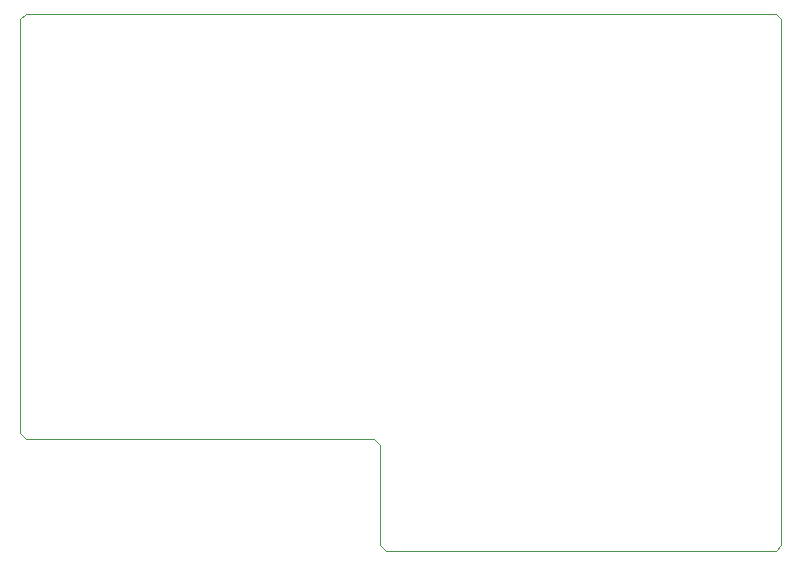
<source format=gko>
G75*
%MOIN*%
%OFA0B0*%
%FSLAX25Y25*%
%IPPOS*%
%LPD*%
%AMOC8*
5,1,8,0,0,1.08239X$1,22.5*
%
%ADD10C,0.00394*%
D10*
X0004014Y0038598D02*
X0002045Y0040567D01*
X0002045Y0178362D01*
X0004014Y0180331D01*
X0254014Y0180331D01*
X0255982Y0178362D01*
X0255982Y0003165D01*
X0254014Y0001197D01*
X0124093Y0001197D01*
X0122124Y0003165D01*
X0122124Y0036630D01*
X0120156Y0038598D01*
X0004014Y0038598D01*
M02*

</source>
